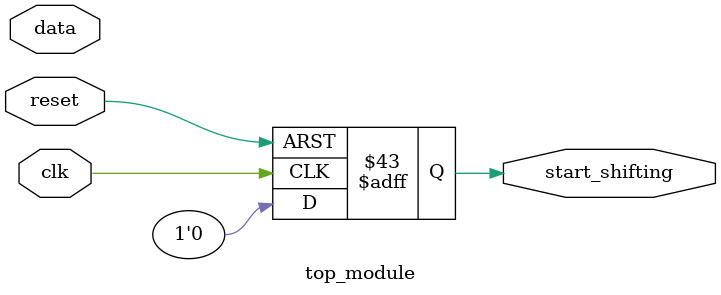
<source format=sv>
module top_module(
    input clk,
    input reset,
    input data,
    output reg start_shifting
);

reg [3:0] state;
reg [3:0] next_state;

parameter S0 = 4'b0000;
parameter S1 = 4'b0001;
parameter S2 = 4'b0010;
parameter S3 = 4'b0011;

always @(posedge clk or posedge reset) begin
    if (reset) begin
        state <= S0;
        start_shifting <= 0;
    end else begin
        state <= next_state;
        start_shifting <= 0;
    end
end

always @(state, data) begin
    case (state)
        S0: begin
            if (data == 1'b1)
                next_state = S1;
            else
                next_state = S0;
        end
        S1: begin
            if (data == 1'b1)
                next_state = S2;
            else
                next_state = S0;
        end
        S2: begin
            if (data == 1'b0)
                next_state = S3;
            else
                next_state = S0;
        end
        S3: begin
            if (data == 1'b1)
                next_state = S0;
            else
                next_state = S3;
        end
        default: begin
            next_state = S0;
        end
    endcase
end

endmodule

</source>
